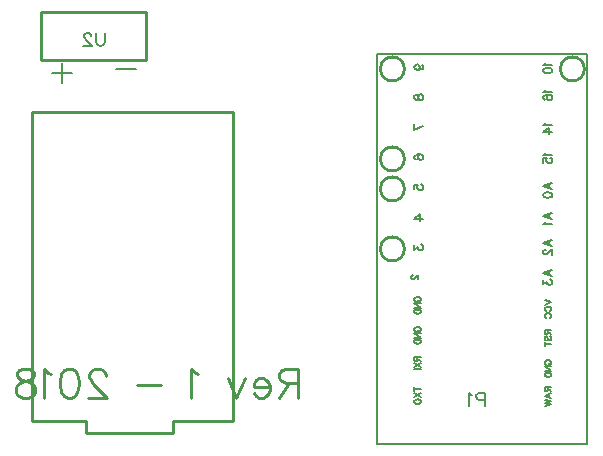
<source format=gbo>
G04 ---------------------------- Layer name :BOTTOM SILK LAYER*
G04 easyEDA 0.1*
G04 Scale: 100 percent, Rotated: No, Reflected: No *
G04 Dimensions in inches *
G04 leading zeros omitted , absolute positions ,2 integer and 4 * 
%FSLAX24Y24*%
%MOIN*%
G90*
G70D02*

%ADD10C,0.010000*%
%ADD11C,0.008000*%
%ADD12C,0.010000*%
%ADD13C,0.008000*%
%ADD14C,0.007000*%
%ADD15C,0.006000*%

%LPD*%
G54D10*
G01X9500Y10200D02*
G01X9500Y-100D01*
G01X7500Y-100D01*
G01X7500Y-500D01*
G01X4600Y-500D01*
G01X4600Y-100D01*
G01X2800Y-100D01*
G01X2800Y10200D01*
G01X9500Y10200D01*
G54D11*
G01X14300Y-850D02*
G01X14300Y12150D01*
G01X21300Y12150D01*
G01X21300Y-850D01*
G01X14300Y-850D01*
G54D10*
G01X3100Y11950D02*
G01X3100Y13550D01*
G01X6600Y11950D02*
G01X6600Y13550D01*
G01X3100Y13550D02*
G01X6600Y13550D01*
G01X3100Y11950D02*
G01X6600Y11950D01*
G01X11659Y1650D02*
G01X11659Y695D01*
G01X11659Y1650D02*
G01X11250Y1650D01*
G01X11113Y1604D01*
G01X11068Y1559D01*
G01X11022Y1468D01*
G01X11022Y1377D01*
G01X11068Y1286D01*
G01X11113Y1240D01*
G01X11250Y1195D01*
G01X11659Y1195D01*
G01X11340Y1195D02*
G01X11022Y695D01*
G01X10722Y1059D02*
G01X10177Y1059D01*
G01X10177Y1150D01*
G01X10222Y1240D01*
G01X10268Y1286D01*
G01X10359Y1331D01*
G01X10495Y1331D01*
G01X10586Y1286D01*
G01X10677Y1195D01*
G01X10722Y1059D01*
G01X10722Y968D01*
G01X10677Y831D01*
G01X10586Y740D01*
G01X10495Y695D01*
G01X10359Y695D01*
G01X10268Y740D01*
G01X10177Y831D01*
G01X9877Y1331D02*
G01X9604Y695D01*
G01X9331Y1331D02*
G01X9604Y695D01*
G01X8331Y1468D02*
G01X8240Y1513D01*
G01X8104Y1650D01*
G01X8104Y695D01*
G01X7104Y1104D02*
G01X6286Y1104D01*
G01X5240Y1422D02*
G01X5240Y1468D01*
G01X5195Y1559D01*
G01X5150Y1604D01*
G01X5059Y1650D01*
G01X4877Y1650D01*
G01X4786Y1604D01*
G01X4740Y1559D01*
G01X4695Y1468D01*
G01X4695Y1377D01*
G01X4740Y1286D01*
G01X4831Y1150D01*
G01X5286Y695D01*
G01X4650Y695D01*
G01X4077Y1650D02*
G01X4213Y1604D01*
G01X4304Y1468D01*
G01X4350Y1240D01*
G01X4350Y1104D01*
G01X4304Y877D01*
G01X4213Y740D01*
G01X4077Y695D01*
G01X3986Y695D01*
G01X3850Y740D01*
G01X3759Y877D01*
G01X3713Y1104D01*
G01X3713Y1240D01*
G01X3759Y1468D01*
G01X3850Y1604D01*
G01X3986Y1650D01*
G01X4077Y1650D01*
G01X3413Y1468D02*
G01X3322Y1513D01*
G01X3186Y1650D01*
G01X3186Y695D01*
G01X2659Y1650D02*
G01X2795Y1604D01*
G01X2840Y1513D01*
G01X2840Y1422D01*
G01X2795Y1331D01*
G01X2704Y1286D01*
G01X2522Y1240D01*
G01X2386Y1195D01*
G01X2295Y1104D01*
G01X2250Y1013D01*
G01X2250Y877D01*
G01X2295Y786D01*
G01X2340Y740D01*
G01X2477Y695D01*
G01X2659Y695D01*
G01X2795Y740D01*
G01X2840Y786D01*
G01X2886Y877D01*
G01X2886Y1013D01*
G01X2840Y1104D01*
G01X2750Y1195D01*
G01X2613Y1240D01*
G01X2431Y1286D01*
G01X2340Y1331D01*
G01X2295Y1422D01*
G01X2295Y1513D01*
G01X2340Y1604D01*
G01X2477Y1650D01*
G01X2659Y1650D01*
G54D13*
G01X3778Y11850D02*
G01X3778Y11196D01*
G01X4105Y11523D02*
G01X3450Y11523D01*
G01X6255Y11650D02*
G01X5600Y11650D01*
G54D14*
G01X17874Y850D02*
G01X17874Y421D01*
G01X17874Y850D02*
G01X17690Y850D01*
G01X17629Y830D01*
G01X17608Y809D01*
G01X17588Y769D01*
G01X17588Y707D01*
G01X17608Y665D01*
G01X17629Y646D01*
G01X17690Y625D01*
G01X17874Y625D01*
G01X17453Y769D02*
G01X17412Y788D01*
G01X17350Y850D01*
G01X17350Y421D01*
G54D15*
G01X15632Y11623D02*
G01X15673Y11636D01*
G01X15700Y11663D01*
G01X15713Y11705D01*
G01X15713Y11717D01*
G01X15700Y11759D01*
G01X15673Y11786D01*
G01X15632Y11800D01*
G01X15617Y11800D01*
G01X15576Y11786D01*
G01X15550Y11759D01*
G01X15536Y11717D01*
G01X15536Y11705D01*
G01X15550Y11663D01*
G01X15576Y11636D01*
G01X15632Y11623D01*
G01X15700Y11623D01*
G01X15767Y11636D01*
G01X15809Y11663D01*
G01X15823Y11705D01*
G01X15823Y11732D01*
G01X15809Y11773D01*
G01X15782Y11786D01*
G01X15536Y10732D02*
G01X15550Y10773D01*
G01X15576Y10786D01*
G01X15605Y10786D01*
G01X15632Y10773D01*
G01X15644Y10744D01*
G01X15659Y10690D01*
G01X15673Y10650D01*
G01X15700Y10623D01*
G01X15726Y10609D01*
G01X15767Y10609D01*
G01X15794Y10623D01*
G01X15809Y10636D01*
G01X15823Y10676D01*
G01X15823Y10732D01*
G01X15809Y10773D01*
G01X15794Y10786D01*
G01X15767Y10800D01*
G01X15726Y10800D01*
G01X15700Y10786D01*
G01X15673Y10759D01*
G01X15659Y10717D01*
G01X15644Y10663D01*
G01X15632Y10636D01*
G01X15605Y10623D01*
G01X15576Y10623D01*
G01X15550Y10636D01*
G01X15536Y10676D01*
G01X15536Y10732D01*
G01X15536Y9609D02*
G01X15823Y9744D01*
G01X15536Y9800D02*
G01X15536Y9609D01*
G01X15576Y8636D02*
G01X15550Y8650D01*
G01X15536Y8690D01*
G01X15536Y8717D01*
G01X15550Y8759D01*
G01X15590Y8786D01*
G01X15659Y8800D01*
G01X15726Y8800D01*
G01X15782Y8786D01*
G01X15809Y8759D01*
G01X15823Y8717D01*
G01X15823Y8705D01*
G01X15809Y8663D01*
G01X15782Y8636D01*
G01X15740Y8623D01*
G01X15726Y8623D01*
G01X15686Y8636D01*
G01X15659Y8663D01*
G01X15644Y8705D01*
G01X15644Y8717D01*
G01X15659Y8759D01*
G01X15686Y8786D01*
G01X15726Y8800D01*
G01X15536Y7636D02*
G01X15536Y7773D01*
G01X15659Y7786D01*
G01X15644Y7773D01*
G01X15632Y7732D01*
G01X15632Y7690D01*
G01X15644Y7650D01*
G01X15673Y7623D01*
G01X15713Y7609D01*
G01X15740Y7609D01*
G01X15782Y7623D01*
G01X15809Y7650D01*
G01X15823Y7690D01*
G01X15823Y7732D01*
G01X15809Y7773D01*
G01X15794Y7786D01*
G01X15767Y7800D01*
G01X15536Y6663D02*
G01X15726Y6800D01*
G01X15726Y6594D01*
G01X15536Y6663D02*
G01X15823Y6663D01*
G01X15536Y5773D02*
G01X15536Y5623D01*
G01X15644Y5705D01*
G01X15644Y5663D01*
G01X15659Y5636D01*
G01X15673Y5623D01*
G01X15713Y5609D01*
G01X15740Y5609D01*
G01X15782Y5623D01*
G01X15809Y5650D01*
G01X15823Y5690D01*
G01X15823Y5732D01*
G01X15809Y5773D01*
G01X15794Y5786D01*
G01X15767Y5800D01*
G01X15480Y4769D02*
G01X15469Y4769D01*
G01X15450Y4759D01*
G01X15440Y4750D01*
G01X15430Y4730D01*
G01X15430Y4690D01*
G01X15440Y4669D01*
G01X15450Y4659D01*
G01X15469Y4650D01*
G01X15490Y4650D01*
G01X15509Y4659D01*
G01X15540Y4680D01*
G01X15640Y4780D01*
G01X15640Y4640D01*
G01X15580Y3900D02*
G01X15559Y3909D01*
G01X15540Y3930D01*
G01X15530Y3950D01*
G01X15530Y3990D01*
G01X15540Y4009D01*
G01X15559Y4030D01*
G01X15580Y4040D01*
G01X15609Y4050D01*
G01X15659Y4050D01*
G01X15690Y4040D01*
G01X15709Y4030D01*
G01X15730Y4009D01*
G01X15740Y3990D01*
G01X15740Y3950D01*
G01X15730Y3930D01*
G01X15709Y3909D01*
G01X15690Y3900D01*
G01X15659Y3900D01*
G01X15659Y3950D02*
G01X15659Y3900D01*
G01X15530Y3834D02*
G01X15740Y3834D01*
G01X15530Y3834D02*
G01X15740Y3694D01*
G01X15530Y3694D02*
G01X15740Y3694D01*
G01X15530Y3628D02*
G01X15740Y3628D01*
G01X15530Y3628D02*
G01X15530Y3557D01*
G01X15540Y3528D01*
G01X15559Y3507D01*
G01X15580Y3498D01*
G01X15609Y3488D01*
G01X15659Y3488D01*
G01X15690Y3498D01*
G01X15709Y3507D01*
G01X15730Y3528D01*
G01X15740Y3557D01*
G01X15740Y3628D01*
G01X15580Y2900D02*
G01X15559Y2909D01*
G01X15540Y2930D01*
G01X15530Y2950D01*
G01X15530Y2990D01*
G01X15540Y3009D01*
G01X15559Y3030D01*
G01X15580Y3040D01*
G01X15609Y3050D01*
G01X15659Y3050D01*
G01X15690Y3040D01*
G01X15709Y3030D01*
G01X15730Y3009D01*
G01X15740Y2990D01*
G01X15740Y2950D01*
G01X15730Y2930D01*
G01X15709Y2909D01*
G01X15690Y2900D01*
G01X15659Y2900D01*
G01X15659Y2950D02*
G01X15659Y2900D01*
G01X15530Y2834D02*
G01X15740Y2834D01*
G01X15530Y2834D02*
G01X15740Y2694D01*
G01X15530Y2694D02*
G01X15740Y2694D01*
G01X15530Y2628D02*
G01X15740Y2628D01*
G01X15530Y2628D02*
G01X15530Y2557D01*
G01X15540Y2528D01*
G01X15559Y2507D01*
G01X15580Y2498D01*
G01X15609Y2488D01*
G01X15659Y2488D01*
G01X15690Y2498D01*
G01X15709Y2507D01*
G01X15730Y2528D01*
G01X15740Y2557D01*
G01X15740Y2628D01*
G01X15530Y2050D02*
G01X15740Y2050D01*
G01X15530Y2050D02*
G01X15530Y1959D01*
G01X15540Y1930D01*
G01X15550Y1919D01*
G01X15569Y1909D01*
G01X15590Y1909D01*
G01X15609Y1919D01*
G01X15619Y1930D01*
G01X15630Y1959D01*
G01X15630Y2050D01*
G01X15630Y1980D02*
G01X15740Y1909D01*
G01X15530Y1844D02*
G01X15740Y1703D01*
G01X15530Y1703D02*
G01X15740Y1844D01*
G01X15530Y1638D02*
G01X15740Y1638D01*
G01X15530Y980D02*
G01X15740Y980D01*
G01X15530Y1050D02*
G01X15530Y909D01*
G01X15530Y844D02*
G01X15740Y703D01*
G01X15530Y703D02*
G01X15740Y844D01*
G01X15530Y578D02*
G01X15540Y598D01*
G01X15559Y617D01*
G01X15580Y628D01*
G01X15609Y638D01*
G01X15659Y638D01*
G01X15690Y628D01*
G01X15709Y617D01*
G01X15730Y598D01*
G01X15740Y578D01*
G01X15740Y538D01*
G01X15730Y517D01*
G01X15709Y498D01*
G01X15690Y488D01*
G01X15659Y478D01*
G01X15609Y478D01*
G01X15580Y488D01*
G01X15559Y498D01*
G01X15540Y517D01*
G01X15530Y538D01*
G01X15530Y578D01*
G01X19880Y1050D02*
G01X20090Y1050D01*
G01X19880Y1050D02*
G01X19880Y959D01*
G01X19890Y930D01*
G01X19900Y919D01*
G01X19919Y909D01*
G01X19940Y909D01*
G01X19959Y919D01*
G01X19969Y930D01*
G01X19980Y959D01*
G01X19980Y1050D01*
G01X19980Y980D02*
G01X20090Y909D01*
G01X19880Y763D02*
G01X20090Y844D01*
G01X19880Y763D02*
G01X20090Y684D01*
G01X20019Y813D02*
G01X20019Y713D01*
G01X19880Y617D02*
G01X20090Y567D01*
G01X19880Y517D02*
G01X20090Y567D01*
G01X19880Y517D02*
G01X20090Y467D01*
G01X19880Y417D02*
G01X20090Y467D01*
G01X19930Y1800D02*
G01X19909Y1809D01*
G01X19890Y1830D01*
G01X19880Y1850D01*
G01X19880Y1890D01*
G01X19890Y1909D01*
G01X19909Y1930D01*
G01X19930Y1940D01*
G01X19959Y1950D01*
G01X20009Y1950D01*
G01X20040Y1940D01*
G01X20059Y1930D01*
G01X20080Y1909D01*
G01X20090Y1890D01*
G01X20090Y1850D01*
G01X20080Y1830D01*
G01X20059Y1809D01*
G01X20040Y1800D01*
G01X20009Y1800D01*
G01X20009Y1850D02*
G01X20009Y1800D01*
G01X19880Y1734D02*
G01X20090Y1734D01*
G01X19880Y1734D02*
G01X20090Y1594D01*
G01X19880Y1594D02*
G01X20090Y1594D01*
G01X19880Y1528D02*
G01X20090Y1528D01*
G01X19880Y1528D02*
G01X19880Y1457D01*
G01X19890Y1428D01*
G01X19909Y1407D01*
G01X19930Y1398D01*
G01X19959Y1388D01*
G01X20009Y1388D01*
G01X20040Y1398D01*
G01X20059Y1407D01*
G01X20080Y1428D01*
G01X20090Y1457D01*
G01X20090Y1528D01*
G01X19880Y2950D02*
G01X20090Y2950D01*
G01X19880Y2950D02*
G01X19880Y2859D01*
G01X19890Y2830D01*
G01X19900Y2819D01*
G01X19919Y2809D01*
G01X19940Y2809D01*
G01X19959Y2819D01*
G01X19969Y2830D01*
G01X19980Y2859D01*
G01X19980Y2950D01*
G01X19980Y2880D02*
G01X20090Y2809D01*
G01X19909Y2603D02*
G01X19890Y2623D01*
G01X19880Y2653D01*
G01X19880Y2694D01*
G01X19890Y2723D01*
G01X19909Y2744D01*
G01X19930Y2744D01*
G01X19950Y2734D01*
G01X19959Y2723D01*
G01X19969Y2703D01*
G01X19990Y2644D01*
G01X20000Y2623D01*
G01X20009Y2613D01*
G01X20030Y2603D01*
G01X20059Y2603D01*
G01X20080Y2623D01*
G01X20090Y2653D01*
G01X20090Y2694D01*
G01X20080Y2723D01*
G01X20059Y2744D01*
G01X19880Y2467D02*
G01X20090Y2467D01*
G01X19880Y2538D02*
G01X19880Y2398D01*
G01X19880Y3950D02*
G01X20090Y3869D01*
G01X19880Y3790D02*
G01X20090Y3869D01*
G01X19930Y3573D02*
G01X19909Y3584D01*
G01X19890Y3603D01*
G01X19880Y3623D01*
G01X19880Y3663D01*
G01X19890Y3684D01*
G01X19909Y3703D01*
G01X19930Y3713D01*
G01X19959Y3723D01*
G01X20009Y3723D01*
G01X20040Y3713D01*
G01X20059Y3703D01*
G01X20080Y3684D01*
G01X20090Y3663D01*
G01X20090Y3623D01*
G01X20080Y3603D01*
G01X20059Y3584D01*
G01X20040Y3573D01*
G01X19930Y3357D02*
G01X19909Y3367D01*
G01X19890Y3388D01*
G01X19880Y3407D01*
G01X19880Y3448D01*
G01X19890Y3467D01*
G01X19909Y3488D01*
G01X19930Y3498D01*
G01X19959Y3507D01*
G01X20009Y3507D01*
G01X20040Y3498D01*
G01X20059Y3488D01*
G01X20080Y3467D01*
G01X20090Y3448D01*
G01X20090Y3407D01*
G01X20080Y3388D01*
G01X20059Y3367D01*
G01X20040Y3357D01*
G01X19836Y4840D02*
G01X20123Y4950D01*
G01X19836Y4840D02*
G01X20123Y4732D01*
G01X20027Y4909D02*
G01X20027Y4773D01*
G01X19836Y4615D02*
G01X19836Y4465D01*
G01X19944Y4546D01*
G01X19944Y4505D01*
G01X19959Y4478D01*
G01X19973Y4465D01*
G01X20013Y4451D01*
G01X20040Y4451D01*
G01X20082Y4465D01*
G01X20109Y4492D01*
G01X20123Y4532D01*
G01X20123Y4573D01*
G01X20109Y4615D01*
G01X20094Y4628D01*
G01X20067Y4642D01*
G01X19836Y5840D02*
G01X20123Y5950D01*
G01X19836Y5840D02*
G01X20123Y5732D01*
G01X20027Y5909D02*
G01X20027Y5773D01*
G01X19905Y5628D02*
G01X19890Y5628D01*
G01X19863Y5615D01*
G01X19850Y5601D01*
G01X19836Y5573D01*
G01X19836Y5519D01*
G01X19850Y5492D01*
G01X19863Y5478D01*
G01X19890Y5465D01*
G01X19917Y5465D01*
G01X19944Y5478D01*
G01X19986Y5505D01*
G01X20123Y5642D01*
G01X20123Y5451D01*
G01X19836Y6740D02*
G01X20123Y6850D01*
G01X19836Y6740D02*
G01X20123Y6632D01*
G01X20027Y6809D02*
G01X20027Y6673D01*
G01X19890Y6542D02*
G01X19877Y6515D01*
G01X19836Y6473D01*
G01X20123Y6473D01*
G01X19836Y7740D02*
G01X20123Y7850D01*
G01X19836Y7740D02*
G01X20123Y7632D01*
G01X20027Y7809D02*
G01X20027Y7673D01*
G01X19836Y7459D02*
G01X19850Y7501D01*
G01X19890Y7528D01*
G01X19959Y7542D01*
G01X20000Y7542D01*
G01X20067Y7528D01*
G01X20109Y7501D01*
G01X20123Y7459D01*
G01X20123Y7432D01*
G01X20109Y7392D01*
G01X20067Y7365D01*
G01X20000Y7351D01*
G01X19959Y7351D01*
G01X19890Y7365D01*
G01X19850Y7392D01*
G01X19836Y7432D01*
G01X19836Y7459D01*
G01X19890Y8850D02*
G01X19877Y8823D01*
G01X19836Y8782D01*
G01X20123Y8782D01*
G01X19836Y8528D02*
G01X19836Y8665D01*
G01X19959Y8678D01*
G01X19944Y8665D01*
G01X19932Y8623D01*
G01X19932Y8582D01*
G01X19944Y8542D01*
G01X19973Y8515D01*
G01X20013Y8501D01*
G01X20040Y8501D01*
G01X20082Y8515D01*
G01X20109Y8542D01*
G01X20123Y8582D01*
G01X20123Y8623D01*
G01X20109Y8665D01*
G01X20094Y8678D01*
G01X20067Y8692D01*
G01X19890Y9850D02*
G01X19877Y9823D01*
G01X19836Y9782D01*
G01X20123Y9782D01*
G01X19836Y9555D02*
G01X20027Y9692D01*
G01X20027Y9486D01*
G01X19836Y9555D02*
G01X20123Y9555D01*
G01X19890Y10950D02*
G01X19877Y10923D01*
G01X19836Y10882D01*
G01X20123Y10882D01*
G01X19877Y10628D02*
G01X19850Y10642D01*
G01X19836Y10682D01*
G01X19836Y10709D01*
G01X19850Y10751D01*
G01X19890Y10778D01*
G01X19959Y10792D01*
G01X20027Y10792D01*
G01X20082Y10778D01*
G01X20109Y10751D01*
G01X20123Y10709D01*
G01X20123Y10696D01*
G01X20109Y10655D01*
G01X20082Y10628D01*
G01X20040Y10615D01*
G01X20027Y10615D01*
G01X19986Y10628D01*
G01X19959Y10655D01*
G01X19944Y10696D01*
G01X19944Y10709D01*
G01X19959Y10751D01*
G01X19986Y10778D01*
G01X20027Y10792D01*
G01X19890Y11850D02*
G01X19877Y11823D01*
G01X19836Y11782D01*
G01X20123Y11782D01*
G01X19836Y11609D02*
G01X19850Y11651D01*
G01X19890Y11678D01*
G01X19959Y11692D01*
G01X20000Y11692D01*
G01X20067Y11678D01*
G01X20109Y11651D01*
G01X20123Y11609D01*
G01X20123Y11582D01*
G01X20109Y11542D01*
G01X20067Y11515D01*
G01X20000Y11501D01*
G01X19959Y11501D01*
G01X19890Y11515D01*
G01X19850Y11542D01*
G01X19836Y11582D01*
G01X19836Y11609D01*
G54D14*
G01X5208Y12850D02*
G01X5208Y12544D01*
G01X5188Y12482D01*
G01X5147Y12440D01*
G01X5085Y12421D01*
G01X5044Y12421D01*
G01X4983Y12440D01*
G01X4942Y12482D01*
G01X4922Y12544D01*
G01X4922Y12850D01*
G01X4766Y12748D02*
G01X4766Y12769D01*
G01X4746Y12809D01*
G01X4725Y12830D01*
G01X4684Y12850D01*
G01X4603Y12850D01*
G01X4562Y12830D01*
G01X4541Y12809D01*
G01X4521Y12769D01*
G01X4521Y12728D01*
G01X4541Y12686D01*
G01X4582Y12625D01*
G01X4787Y12421D01*
G01X4500Y12421D01*
G54D12*
G75*
G01X15200Y8650D02*
G03X15200Y8650I-400J0D01*
G01*
G75*
G01X15200Y7650D02*
G03X15200Y7650I-400J0D01*
G01*
G75*
G01X15200Y5650D02*
G03X15200Y5650I-400J0D01*
G01*
G75*
G01X15200Y11650D02*
G03X15200Y11650I-400J0D01*
G01*
G75*
G01X21200Y11650D02*
G03X21200Y11650I-400J0D01*
G01*

M00*
M02*
</source>
